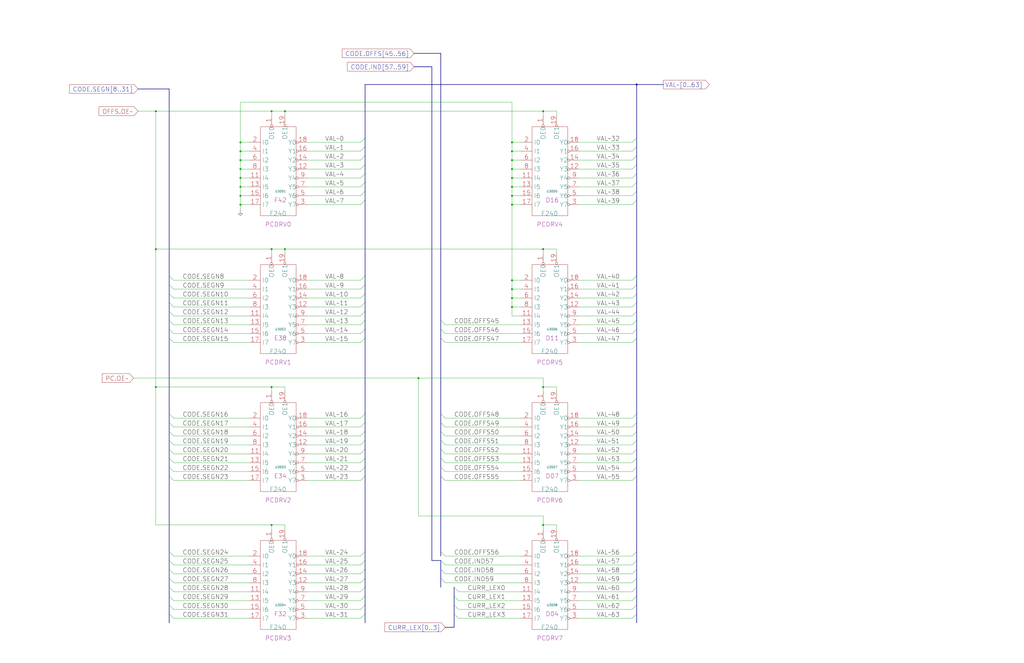
<source format=kicad_sch>
(kicad_sch (version 20211123) (generator eeschema)
  (paper "User" 584.2 378.46)
  (title_block (title "CODE DRIVER") (date "22-MAY-90") (rev "1.0") (comment 1 "SEQUENCER") (comment 2 "232-003064") (comment 3 "S400") (comment 4 "RELEASED"))
  (lib_symbols
    (symbol "r1000:F240" (pin_names (offset 1.016))
      (property "Reference" "U" (at 2.54 5.08 0))
      (property "Value" "F240" (at -3.81 -7.62 0))
      (property "Location" "___" (at -1.27 0 0))
      (property "Name" "______" (at 1.27 -15.24 0))
      (symbol "F240_1_1"
        (rectangle (start -8.89 41.91) (end 11.43 -8.89))
        (circle (center -2.54 42.545) (radius 0.635))
        (circle (center 5.08 42.545) (radius 0.635))
        (circle (center 12.065 -2.54) (radius 0.635))
        (circle (center 12.065 2.54) (radius 0.635))
        (circle (center 12.065 7.62) (radius 0.635))
        (circle (center 12.065 12.7) (radius 0.635))
        (circle (center 12.065 17.78) (radius 0.635))
        (circle (center 12.065 22.86) (radius 0.635))
        (circle (center 12.065 27.94) (radius 0.635))
        (circle (center 12.065 33.02) (radius 0.635))
        (pin input line (at -2.54 48.26 270) (length 5.08) (name "OE0") (number "1"))
        (pin input line (at -15.24 12.7 0) (length 6.35) (name "I4") (number "11"))
        (pin tri_state line (at 17.78 17.78 180) (length 5.08) (name "Y3") (number "12"))
        (pin input line (at -15.24 7.62 0) (length 6.35) (name "I5") (number "13"))
        (pin tri_state line (at 17.78 22.86 180) (length 5.08) (name "Y2") (number "14"))
        (pin input line (at -15.24 2.54 0) (length 6.35) (name "I6") (number "15"))
        (pin tri_state line (at 17.78 27.94 180) (length 5.08) (name "Y1") (number "16"))
        (pin input line (at -15.24 -2.54 0) (length 6.35) (name "I7") (number "17"))
        (pin tri_state line (at 17.78 33.02 180) (length 5.08) (name "Y0") (number "18"))
        (pin input line (at 5.08 48.26 270) (length 5.08) (name "OE1") (number "19"))
        (pin input line (at -15.24 33.02 0) (length 6.35) (name "I0") (number "2"))
        (pin tri_state line (at 17.78 -2.54 180) (length 5.08) (name "Y7") (number "3"))
        (pin input line (at -15.24 27.94 0) (length 6.35) (name "I1") (number "4"))
        (pin tri_state line (at 17.78 2.54 180) (length 5.08) (name "Y6") (number "5"))
        (pin input line (at -15.24 22.86 0) (length 6.35) (name "I2") (number "6"))
        (pin tri_state line (at 17.78 7.62 180) (length 5.08) (name "Y5") (number "7"))
        (pin input line (at -15.24 17.78 0) (length 6.35) (name "I3") (number "8"))
        (pin tri_state line (at 17.78 12.7 180) (length 5.08) (name "Y4") (number "9"))
      )
    )
    (symbol "r1000:PD" (power) (pin_numbers hide) (pin_names hide) (in_bom no)
      (symbol "PD_0_1"
        (polyline (pts (xy 0 -2.54) (xy 1.27 -2.54) (xy 0 -3.81) (xy -1.27 -2.54) (xy 0 -2.54)) (stroke (width 0.1524)))
      )
      (symbol "PD_1_1"
        (pin power_in line (at 0 0 270) (length 2.54) (name "PD") (number "1"))
      )
    )
  )
  (bus (pts (xy 208.28 104.14) (xy 208.28 109.22)))
  (bus (pts (xy 208.28 109.22) (xy 208.28 114.3)))
  (bus (pts (xy 208.28 114.3) (xy 208.28 157.48)))
  (bus (pts (xy 208.28 157.48) (xy 208.28 162.56)))
  (bus (pts (xy 208.28 162.56) (xy 208.28 167.64)))
  (bus (pts (xy 208.28 167.64) (xy 208.28 172.72)))
  (bus (pts (xy 208.28 172.72) (xy 208.28 177.8)))
  (bus (pts (xy 208.28 177.8) (xy 208.28 182.88)))
  (bus (pts (xy 208.28 182.88) (xy 208.28 187.96)))
  (bus (pts (xy 208.28 187.96) (xy 208.28 193.04)))
  (bus (pts (xy 208.28 193.04) (xy 208.28 236.22)))
  (bus (pts (xy 208.28 236.22) (xy 208.28 241.3)))
  (bus (pts (xy 208.28 241.3) (xy 208.28 246.38)))
  (bus (pts (xy 208.28 246.38) (xy 208.28 251.46)))
  (bus (pts (xy 208.28 251.46) (xy 208.28 256.54)))
  (bus (pts (xy 208.28 256.54) (xy 208.28 261.62)))
  (bus (pts (xy 208.28 261.62) (xy 208.28 266.7)))
  (bus (pts (xy 208.28 266.7) (xy 208.28 271.78)))
  (bus (pts (xy 208.28 271.78) (xy 208.28 314.96)))
  (bus (pts (xy 208.28 314.96) (xy 208.28 320.04)))
  (bus (pts (xy 208.28 320.04) (xy 208.28 325.12)))
  (bus (pts (xy 208.28 325.12) (xy 208.28 330.2)))
  (bus (pts (xy 208.28 330.2) (xy 208.28 335.28)))
  (bus (pts (xy 208.28 335.28) (xy 208.28 340.36)))
  (bus (pts (xy 208.28 340.36) (xy 208.28 345.44)))
  (bus (pts (xy 208.28 345.44) (xy 208.28 350.52)))
  (bus (pts (xy 208.28 350.52) (xy 208.28 355.6)))
  (bus (pts (xy 208.28 48.26) (xy 208.28 78.74)))
  (bus (pts (xy 208.28 48.26) (xy 363.22 48.26)))
  (bus (pts (xy 208.28 78.74) (xy 208.28 83.82)))
  (bus (pts (xy 208.28 83.82) (xy 208.28 88.9)))
  (bus (pts (xy 208.28 88.9) (xy 208.28 93.98)))
  (bus (pts (xy 208.28 93.98) (xy 208.28 99.06)))
  (bus (pts (xy 208.28 99.06) (xy 208.28 104.14)))
  (bus (pts (xy 236.22 30.48) (xy 251.46 30.48)))
  (bus (pts (xy 236.22 38.1) (xy 246.38 38.1)))
  (bus (pts (xy 246.38 320.04) (xy 246.38 38.1)))
  (bus (pts (xy 251.46 182.88) (xy 251.46 187.96)))
  (bus (pts (xy 251.46 187.96) (xy 251.46 193.04)))
  (bus (pts (xy 251.46 193.04) (xy 251.46 236.22)))
  (bus (pts (xy 251.46 236.22) (xy 251.46 241.3)))
  (bus (pts (xy 251.46 241.3) (xy 251.46 246.38)))
  (bus (pts (xy 251.46 246.38) (xy 251.46 251.46)))
  (bus (pts (xy 251.46 251.46) (xy 251.46 256.54)))
  (bus (pts (xy 251.46 256.54) (xy 251.46 261.62)))
  (bus (pts (xy 251.46 261.62) (xy 251.46 266.7)))
  (bus (pts (xy 251.46 266.7) (xy 251.46 271.78)))
  (bus (pts (xy 251.46 271.78) (xy 251.46 314.96)))
  (bus (pts (xy 251.46 30.48) (xy 251.46 182.88)))
  (bus (pts (xy 251.46 314.96) (xy 251.46 317.5)))
  (bus (pts (xy 251.46 320.04) (xy 246.38 320.04)))
  (bus (pts (xy 251.46 320.04) (xy 251.46 325.12)))
  (bus (pts (xy 251.46 325.12) (xy 251.46 330.2)))
  (bus (pts (xy 251.46 330.2) (xy 251.46 335.28)))
  (bus (pts (xy 254 358.14) (xy 259.08 358.14)))
  (bus (pts (xy 259.08 335.28) (xy 259.08 340.36)))
  (bus (pts (xy 259.08 340.36) (xy 259.08 345.44)))
  (bus (pts (xy 259.08 345.44) (xy 259.08 350.52)))
  (bus (pts (xy 259.08 350.52) (xy 259.08 358.14)))
  (bus (pts (xy 363.22 104.14) (xy 363.22 109.22)))
  (bus (pts (xy 363.22 109.22) (xy 363.22 114.3)))
  (bus (pts (xy 363.22 114.3) (xy 363.22 157.48)))
  (bus (pts (xy 363.22 157.48) (xy 363.22 162.56)))
  (bus (pts (xy 363.22 162.56) (xy 363.22 167.64)))
  (bus (pts (xy 363.22 167.64) (xy 363.22 172.72)))
  (bus (pts (xy 363.22 172.72) (xy 363.22 177.8)))
  (bus (pts (xy 363.22 177.8) (xy 363.22 182.88)))
  (bus (pts (xy 363.22 182.88) (xy 363.22 187.96)))
  (bus (pts (xy 363.22 187.96) (xy 363.22 193.04)))
  (bus (pts (xy 363.22 193.04) (xy 363.22 236.22)))
  (bus (pts (xy 363.22 236.22) (xy 363.22 241.3)))
  (bus (pts (xy 363.22 241.3) (xy 363.22 246.38)))
  (bus (pts (xy 363.22 246.38) (xy 363.22 251.46)))
  (bus (pts (xy 363.22 251.46) (xy 363.22 256.54)))
  (bus (pts (xy 363.22 256.54) (xy 363.22 261.62)))
  (bus (pts (xy 363.22 261.62) (xy 363.22 266.7)))
  (bus (pts (xy 363.22 266.7) (xy 363.22 271.78)))
  (bus (pts (xy 363.22 271.78) (xy 363.22 314.96)))
  (bus (pts (xy 363.22 314.96) (xy 363.22 320.04)))
  (bus (pts (xy 363.22 320.04) (xy 363.22 325.12)))
  (bus (pts (xy 363.22 325.12) (xy 363.22 330.2)))
  (bus (pts (xy 363.22 330.2) (xy 363.22 335.28)))
  (bus (pts (xy 363.22 335.28) (xy 363.22 340.36)))
  (bus (pts (xy 363.22 340.36) (xy 363.22 345.44)))
  (bus (pts (xy 363.22 345.44) (xy 363.22 350.52)))
  (bus (pts (xy 363.22 350.52) (xy 363.22 355.6)))
  (bus (pts (xy 363.22 48.26) (xy 363.22 78.74)))
  (bus (pts (xy 363.22 48.26) (xy 378.46 48.26)))
  (bus (pts (xy 363.22 78.74) (xy 363.22 83.82)))
  (bus (pts (xy 363.22 83.82) (xy 363.22 88.9)))
  (bus (pts (xy 363.22 88.9) (xy 363.22 93.98)))
  (bus (pts (xy 363.22 93.98) (xy 363.22 99.06)))
  (bus (pts (xy 363.22 99.06) (xy 363.22 104.14)))
  (bus (pts (xy 78.74 50.8) (xy 96.52 50.8)))
  (bus (pts (xy 96.52 157.48) (xy 96.52 162.56)))
  (bus (pts (xy 96.52 162.56) (xy 96.52 167.64)))
  (bus (pts (xy 96.52 167.64) (xy 96.52 172.72)))
  (bus (pts (xy 96.52 172.72) (xy 96.52 177.8)))
  (bus (pts (xy 96.52 177.8) (xy 96.52 182.88)))
  (bus (pts (xy 96.52 182.88) (xy 96.52 187.96)))
  (bus (pts (xy 96.52 187.96) (xy 96.52 193.04)))
  (bus (pts (xy 96.52 193.04) (xy 96.52 236.22)))
  (bus (pts (xy 96.52 236.22) (xy 96.52 241.3)))
  (bus (pts (xy 96.52 241.3) (xy 96.52 246.38)))
  (bus (pts (xy 96.52 246.38) (xy 96.52 251.46)))
  (bus (pts (xy 96.52 251.46) (xy 96.52 256.54)))
  (bus (pts (xy 96.52 256.54) (xy 96.52 261.62)))
  (bus (pts (xy 96.52 261.62) (xy 96.52 266.7)))
  (bus (pts (xy 96.52 266.7) (xy 96.52 271.78)))
  (bus (pts (xy 96.52 271.78) (xy 96.52 314.96)))
  (bus (pts (xy 96.52 314.96) (xy 96.52 320.04)))
  (bus (pts (xy 96.52 320.04) (xy 96.52 325.12)))
  (bus (pts (xy 96.52 325.12) (xy 96.52 330.2)))
  (bus (pts (xy 96.52 330.2) (xy 96.52 335.28)))
  (bus (pts (xy 96.52 335.28) (xy 96.52 340.36)))
  (bus (pts (xy 96.52 340.36) (xy 96.52 345.44)))
  (bus (pts (xy 96.52 345.44) (xy 96.52 350.52)))
  (bus (pts (xy 96.52 350.52) (xy 96.52 355.6)))
  (bus (pts (xy 96.52 50.8) (xy 96.52 157.48)))
  (wire (pts (xy 137.16 101.6) (xy 137.16 96.52)))
  (wire (pts (xy 137.16 101.6) (xy 142.24 101.6)))
  (wire (pts (xy 137.16 106.68) (xy 137.16 101.6)))
  (wire (pts (xy 137.16 106.68) (xy 142.24 106.68)))
  (wire (pts (xy 137.16 111.76) (xy 137.16 106.68)))
  (wire (pts (xy 137.16 111.76) (xy 142.24 111.76)))
  (wire (pts (xy 137.16 116.84) (xy 137.16 111.76)))
  (wire (pts (xy 137.16 116.84) (xy 137.16 119.38)))
  (wire (pts (xy 137.16 58.42) (xy 292.1 58.42)))
  (wire (pts (xy 137.16 81.28) (xy 137.16 58.42)))
  (wire (pts (xy 137.16 81.28) (xy 142.24 81.28)))
  (wire (pts (xy 137.16 86.36) (xy 137.16 81.28)))
  (wire (pts (xy 137.16 86.36) (xy 142.24 86.36)))
  (wire (pts (xy 137.16 91.44) (xy 137.16 86.36)))
  (wire (pts (xy 137.16 91.44) (xy 142.24 91.44)))
  (wire (pts (xy 137.16 96.52) (xy 137.16 91.44)))
  (wire (pts (xy 137.16 96.52) (xy 142.24 96.52)))
  (wire (pts (xy 142.24 116.84) (xy 137.16 116.84)))
  (wire (pts (xy 154.94 142.24) (xy 162.56 142.24)))
  (wire (pts (xy 154.94 144.78) (xy 154.94 142.24)))
  (wire (pts (xy 154.94 220.98) (xy 162.56 220.98)))
  (wire (pts (xy 154.94 223.52) (xy 154.94 220.98)))
  (wire (pts (xy 154.94 299.72) (xy 162.56 299.72)))
  (wire (pts (xy 154.94 299.72) (xy 88.9 299.72)))
  (wire (pts (xy 154.94 302.26) (xy 154.94 299.72)))
  (wire (pts (xy 154.94 63.5) (xy 162.56 63.5)))
  (wire (pts (xy 154.94 66.04) (xy 154.94 63.5)))
  (wire (pts (xy 162.56 142.24) (xy 162.56 144.78)))
  (wire (pts (xy 162.56 142.24) (xy 309.88 142.24)))
  (wire (pts (xy 162.56 220.98) (xy 162.56 223.52)))
  (wire (pts (xy 162.56 299.72) (xy 162.56 302.26)))
  (wire (pts (xy 162.56 63.5) (xy 162.56 66.04)))
  (wire (pts (xy 162.56 63.5) (xy 309.88 63.5)))
  (wire (pts (xy 175.26 101.6) (xy 205.74 101.6)))
  (wire (pts (xy 175.26 106.68) (xy 205.74 106.68)))
  (wire (pts (xy 175.26 111.76) (xy 205.74 111.76)))
  (wire (pts (xy 175.26 116.84) (xy 205.74 116.84)))
  (wire (pts (xy 175.26 160.02) (xy 205.74 160.02)))
  (wire (pts (xy 175.26 165.1) (xy 205.74 165.1)))
  (wire (pts (xy 175.26 170.18) (xy 205.74 170.18)))
  (wire (pts (xy 175.26 175.26) (xy 205.74 175.26)))
  (wire (pts (xy 175.26 180.34) (xy 205.74 180.34)))
  (wire (pts (xy 175.26 185.42) (xy 205.74 185.42)))
  (wire (pts (xy 175.26 190.5) (xy 205.74 190.5)))
  (wire (pts (xy 175.26 195.58) (xy 205.74 195.58)))
  (wire (pts (xy 175.26 238.76) (xy 205.74 238.76)))
  (wire (pts (xy 175.26 243.84) (xy 205.74 243.84)))
  (wire (pts (xy 175.26 248.92) (xy 205.74 248.92)))
  (wire (pts (xy 175.26 254) (xy 205.74 254)))
  (wire (pts (xy 175.26 259.08) (xy 205.74 259.08)))
  (wire (pts (xy 175.26 264.16) (xy 205.74 264.16)))
  (wire (pts (xy 175.26 269.24) (xy 205.74 269.24)))
  (wire (pts (xy 175.26 274.32) (xy 205.74 274.32)))
  (wire (pts (xy 175.26 317.5) (xy 205.74 317.5)))
  (wire (pts (xy 175.26 322.58) (xy 205.74 322.58)))
  (wire (pts (xy 175.26 327.66) (xy 205.74 327.66)))
  (wire (pts (xy 175.26 332.74) (xy 205.74 332.74)))
  (wire (pts (xy 175.26 337.82) (xy 205.74 337.82)))
  (wire (pts (xy 175.26 342.9) (xy 205.74 342.9)))
  (wire (pts (xy 175.26 347.98) (xy 205.74 347.98)))
  (wire (pts (xy 175.26 353.06) (xy 205.74 353.06)))
  (wire (pts (xy 175.26 81.28) (xy 205.74 81.28)))
  (wire (pts (xy 175.26 86.36) (xy 205.74 86.36)))
  (wire (pts (xy 175.26 91.44) (xy 205.74 91.44)))
  (wire (pts (xy 175.26 96.52) (xy 205.74 96.52)))
  (wire (pts (xy 238.76 215.9) (xy 238.76 294.64)))
  (wire (pts (xy 238.76 215.9) (xy 309.88 215.9)))
  (wire (pts (xy 254 185.42) (xy 297.18 185.42)))
  (wire (pts (xy 254 190.5) (xy 297.18 190.5)))
  (wire (pts (xy 254 195.58) (xy 297.18 195.58)))
  (wire (pts (xy 254 238.76) (xy 297.18 238.76)))
  (wire (pts (xy 254 243.84) (xy 297.18 243.84)))
  (wire (pts (xy 254 248.92) (xy 297.18 248.92)))
  (wire (pts (xy 254 254) (xy 297.18 254)))
  (wire (pts (xy 254 259.08) (xy 297.18 259.08)))
  (wire (pts (xy 254 264.16) (xy 297.18 264.16)))
  (wire (pts (xy 254 269.24) (xy 297.18 269.24)))
  (wire (pts (xy 254 274.32) (xy 297.18 274.32)))
  (wire (pts (xy 254 317.5) (xy 297.18 317.5)))
  (wire (pts (xy 254 322.58) (xy 297.18 322.58)))
  (wire (pts (xy 254 327.66) (xy 297.18 327.66)))
  (wire (pts (xy 254 332.74) (xy 297.18 332.74)))
  (wire (pts (xy 261.62 337.82) (xy 297.18 337.82)))
  (wire (pts (xy 261.62 342.9) (xy 297.18 342.9)))
  (wire (pts (xy 261.62 347.98) (xy 297.18 347.98)))
  (wire (pts (xy 261.62 353.06) (xy 297.18 353.06)))
  (wire (pts (xy 292.1 101.6) (xy 292.1 96.52)))
  (wire (pts (xy 292.1 101.6) (xy 297.18 101.6)))
  (wire (pts (xy 292.1 106.68) (xy 292.1 101.6)))
  (wire (pts (xy 292.1 106.68) (xy 297.18 106.68)))
  (wire (pts (xy 292.1 111.76) (xy 292.1 106.68)))
  (wire (pts (xy 292.1 111.76) (xy 297.18 111.76)))
  (wire (pts (xy 292.1 116.84) (xy 292.1 111.76)))
  (wire (pts (xy 292.1 116.84) (xy 297.18 116.84)))
  (wire (pts (xy 292.1 160.02) (xy 292.1 116.84)))
  (wire (pts (xy 292.1 160.02) (xy 297.18 160.02)))
  (wire (pts (xy 292.1 165.1) (xy 292.1 160.02)))
  (wire (pts (xy 292.1 165.1) (xy 297.18 165.1)))
  (wire (pts (xy 292.1 170.18) (xy 292.1 165.1)))
  (wire (pts (xy 292.1 170.18) (xy 297.18 170.18)))
  (wire (pts (xy 292.1 175.26) (xy 292.1 170.18)))
  (wire (pts (xy 292.1 175.26) (xy 297.18 175.26)))
  (wire (pts (xy 292.1 180.34) (xy 292.1 175.26)))
  (wire (pts (xy 292.1 58.42) (xy 292.1 81.28)))
  (wire (pts (xy 292.1 81.28) (xy 292.1 86.36)))
  (wire (pts (xy 292.1 81.28) (xy 297.18 81.28)))
  (wire (pts (xy 292.1 86.36) (xy 292.1 91.44)))
  (wire (pts (xy 292.1 86.36) (xy 297.18 86.36)))
  (wire (pts (xy 292.1 91.44) (xy 292.1 96.52)))
  (wire (pts (xy 292.1 91.44) (xy 297.18 91.44)))
  (wire (pts (xy 292.1 96.52) (xy 297.18 96.52)))
  (wire (pts (xy 297.18 180.34) (xy 292.1 180.34)))
  (wire (pts (xy 309.88 142.24) (xy 317.5 142.24)))
  (wire (pts (xy 309.88 144.78) (xy 309.88 142.24)))
  (wire (pts (xy 309.88 215.9) (xy 309.88 220.98)))
  (wire (pts (xy 309.88 220.98) (xy 317.5 220.98)))
  (wire (pts (xy 309.88 223.52) (xy 309.88 220.98)))
  (wire (pts (xy 309.88 294.64) (xy 238.76 294.64)))
  (wire (pts (xy 309.88 299.72) (xy 309.88 294.64)))
  (wire (pts (xy 309.88 299.72) (xy 317.5 299.72)))
  (wire (pts (xy 309.88 302.26) (xy 309.88 299.72)))
  (wire (pts (xy 309.88 63.5) (xy 317.5 63.5)))
  (wire (pts (xy 309.88 66.04) (xy 309.88 63.5)))
  (wire (pts (xy 317.5 142.24) (xy 317.5 144.78)))
  (wire (pts (xy 317.5 220.98) (xy 317.5 223.52)))
  (wire (pts (xy 317.5 299.72) (xy 317.5 302.26)))
  (wire (pts (xy 317.5 63.5) (xy 317.5 66.04)))
  (wire (pts (xy 330.2 101.6) (xy 360.68 101.6)))
  (wire (pts (xy 330.2 106.68) (xy 360.68 106.68)))
  (wire (pts (xy 330.2 111.76) (xy 360.68 111.76)))
  (wire (pts (xy 330.2 116.84) (xy 360.68 116.84)))
  (wire (pts (xy 330.2 160.02) (xy 360.68 160.02)))
  (wire (pts (xy 330.2 165.1) (xy 360.68 165.1)))
  (wire (pts (xy 330.2 170.18) (xy 360.68 170.18)))
  (wire (pts (xy 330.2 175.26) (xy 360.68 175.26)))
  (wire (pts (xy 330.2 180.34) (xy 360.68 180.34)))
  (wire (pts (xy 330.2 185.42) (xy 360.68 185.42)))
  (wire (pts (xy 330.2 190.5) (xy 360.68 190.5)))
  (wire (pts (xy 330.2 195.58) (xy 360.68 195.58)))
  (wire (pts (xy 330.2 238.76) (xy 360.68 238.76)))
  (wire (pts (xy 330.2 243.84) (xy 360.68 243.84)))
  (wire (pts (xy 330.2 248.92) (xy 360.68 248.92)))
  (wire (pts (xy 330.2 254) (xy 360.68 254)))
  (wire (pts (xy 330.2 259.08) (xy 360.68 259.08)))
  (wire (pts (xy 330.2 264.16) (xy 360.68 264.16)))
  (wire (pts (xy 330.2 269.24) (xy 360.68 269.24)))
  (wire (pts (xy 330.2 274.32) (xy 360.68 274.32)))
  (wire (pts (xy 330.2 317.5) (xy 360.68 317.5)))
  (wire (pts (xy 330.2 322.58) (xy 360.68 322.58)))
  (wire (pts (xy 330.2 327.66) (xy 360.68 327.66)))
  (wire (pts (xy 330.2 332.74) (xy 360.68 332.74)))
  (wire (pts (xy 330.2 337.82) (xy 360.68 337.82)))
  (wire (pts (xy 330.2 342.9) (xy 360.68 342.9)))
  (wire (pts (xy 330.2 347.98) (xy 360.68 347.98)))
  (wire (pts (xy 330.2 353.06) (xy 360.68 353.06)))
  (wire (pts (xy 330.2 81.28) (xy 360.68 81.28)))
  (wire (pts (xy 330.2 86.36) (xy 360.68 86.36)))
  (wire (pts (xy 330.2 91.44) (xy 360.68 91.44)))
  (wire (pts (xy 330.2 96.52) (xy 360.68 96.52)))
  (wire (pts (xy 76.2 215.9) (xy 238.76 215.9)))
  (wire (pts (xy 78.74 63.5) (xy 88.9 63.5)))
  (wire (pts (xy 88.9 142.24) (xy 154.94 142.24)))
  (wire (pts (xy 88.9 142.24) (xy 88.9 63.5)))
  (wire (pts (xy 88.9 220.98) (xy 154.94 220.98)))
  (wire (pts (xy 88.9 220.98) (xy 88.9 142.24)))
  (wire (pts (xy 88.9 299.72) (xy 88.9 220.98)))
  (wire (pts (xy 88.9 63.5) (xy 154.94 63.5)))
  (wire (pts (xy 99.06 160.02) (xy 142.24 160.02)))
  (wire (pts (xy 99.06 165.1) (xy 142.24 165.1)))
  (wire (pts (xy 99.06 170.18) (xy 142.24 170.18)))
  (wire (pts (xy 99.06 175.26) (xy 142.24 175.26)))
  (wire (pts (xy 99.06 180.34) (xy 142.24 180.34)))
  (wire (pts (xy 99.06 185.42) (xy 142.24 185.42)))
  (wire (pts (xy 99.06 190.5) (xy 142.24 190.5)))
  (wire (pts (xy 99.06 195.58) (xy 142.24 195.58)))
  (wire (pts (xy 99.06 238.76) (xy 142.24 238.76)))
  (wire (pts (xy 99.06 243.84) (xy 142.24 243.84)))
  (wire (pts (xy 99.06 248.92) (xy 142.24 248.92)))
  (wire (pts (xy 99.06 254) (xy 142.24 254)))
  (wire (pts (xy 99.06 259.08) (xy 142.24 259.08)))
  (wire (pts (xy 99.06 264.16) (xy 142.24 264.16)))
  (wire (pts (xy 99.06 269.24) (xy 142.24 269.24)))
  (wire (pts (xy 99.06 274.32) (xy 142.24 274.32)))
  (wire (pts (xy 99.06 317.5) (xy 142.24 317.5)))
  (wire (pts (xy 99.06 322.58) (xy 142.24 322.58)))
  (wire (pts (xy 99.06 327.66) (xy 142.24 327.66)))
  (wire (pts (xy 99.06 332.74) (xy 142.24 332.74)))
  (wire (pts (xy 99.06 337.82) (xy 142.24 337.82)))
  (wire (pts (xy 99.06 342.9) (xy 142.24 342.9)))
  (wire (pts (xy 99.06 347.98) (xy 142.24 347.98)))
  (wire (pts (xy 99.06 353.06) (xy 142.24 353.06)))
  (global_label "PC.OE~" (shape input) (at 76.2 215.9 180) (effects (font (size 2.54 2.54))) (property "Intersheet References" "${INTERSHEET_REFS}" (at 58.3111 215.7413 0) (effects (font (size 2.54 2.54)) (justify right))))
  (global_label "CODE.SEGN[8..31]" (shape input) (at 78.74 50.8 180) (effects (font (size 2.54 2.54))) (property "Intersheet References" "${INTERSHEET_REFS}" (at 39.6845 50.6413 0) (effects (font (size 2.54 2.54)) (justify right))))
  (global_label "OFFS.OE~" (shape input) (at 78.74 63.5 180) (effects (font (size 2.54 2.54))) (property "Intersheet References" "${INTERSHEET_REFS}" (at 56.4969 63.3413 0) (effects (font (size 2.54 2.54)) (justify right))))
  (junction (at 88.9 63.5))
  (junction (at 88.9 142.24))
  (junction (at 88.9 220.98))
  (bus_entry (at 96.52 157.48) (size 2.54 2.54))
  (bus_entry (at 96.52 162.56) (size 2.54 2.54))
  (bus_entry (at 96.52 167.64) (size 2.54 2.54))
  (bus_entry (at 96.52 172.72) (size 2.54 2.54))
  (bus_entry (at 96.52 177.8) (size 2.54 2.54))
  (bus_entry (at 96.52 182.88) (size 2.54 2.54))
  (bus_entry (at 96.52 187.96) (size 2.54 2.54))
  (bus_entry (at 96.52 193.04) (size 2.54 2.54))
  (bus_entry (at 96.52 236.22) (size 2.54 2.54))
  (bus_entry (at 96.52 241.3) (size 2.54 2.54))
  (bus_entry (at 96.52 246.38) (size 2.54 2.54))
  (bus_entry (at 96.52 251.46) (size 2.54 2.54))
  (bus_entry (at 96.52 256.54) (size 2.54 2.54))
  (bus_entry (at 96.52 261.62) (size 2.54 2.54))
  (bus_entry (at 96.52 266.7) (size 2.54 2.54))
  (bus_entry (at 96.52 271.78) (size 2.54 2.54))
  (bus_entry (at 96.52 314.96) (size 2.54 2.54))
  (bus_entry (at 96.52 320.04) (size 2.54 2.54))
  (bus_entry (at 96.52 325.12) (size 2.54 2.54))
  (bus_entry (at 96.52 330.2) (size 2.54 2.54))
  (bus_entry (at 96.52 335.28) (size 2.54 2.54))
  (bus_entry (at 96.52 340.36) (size 2.54 2.54))
  (bus_entry (at 96.52 345.44) (size 2.54 2.54))
  (bus_entry (at 96.52 350.52) (size 2.54 2.54))
  (label "CODE.SEGN8" (at 104.14 160.02 0) (effects (font (size 2.54 2.54))))
  (label "CODE.SEGN9" (at 104.14 165.1 0) (effects (font (size 2.54 2.54))))
  (label "CODE.SEGN10" (at 104.14 170.18 0) (effects (font (size 2.54 2.54))))
  (label "CODE.SEGN11" (at 104.14 175.26 0) (effects (font (size 2.54 2.54))))
  (label "CODE.SEGN12" (at 104.14 180.34 0) (effects (font (size 2.54 2.54))))
  (label "CODE.SEGN13" (at 104.14 185.42 0) (effects (font (size 2.54 2.54))))
  (label "CODE.SEGN14" (at 104.14 190.5 0) (effects (font (size 2.54 2.54))))
  (label "CODE.SEGN15" (at 104.14 195.58 0) (effects (font (size 2.54 2.54))))
  (label "CODE.SEGN16" (at 104.14 238.76 0) (effects (font (size 2.54 2.54))))
  (label "CODE.SEGN17" (at 104.14 243.84 0) (effects (font (size 2.54 2.54))))
  (label "CODE.SEGN18" (at 104.14 248.92 0) (effects (font (size 2.54 2.54))))
  (label "CODE.SEGN19" (at 104.14 254 0) (effects (font (size 2.54 2.54))))
  (label "CODE.SEGN20" (at 104.14 259.08 0) (effects (font (size 2.54 2.54))))
  (label "CODE.SEGN21" (at 104.14 264.16 0) (effects (font (size 2.54 2.54))))
  (label "CODE.SEGN22" (at 104.14 269.24 0) (effects (font (size 2.54 2.54))))
  (label "CODE.SEGN23" (at 104.14 274.32 0) (effects (font (size 2.54 2.54))))
  (label "CODE.SEGN24" (at 104.14 317.5 0) (effects (font (size 2.54 2.54))))
  (label "CODE.SEGN25" (at 104.14 322.58 0) (effects (font (size 2.54 2.54))))
  (label "CODE.SEGN26" (at 104.14 327.66 0) (effects (font (size 2.54 2.54))))
  (label "CODE.SEGN27" (at 104.14 332.74 0) (effects (font (size 2.54 2.54))))
  (label "CODE.SEGN28" (at 104.14 337.82 0) (effects (font (size 2.54 2.54))))
  (label "CODE.SEGN29" (at 104.14 342.9 0) (effects (font (size 2.54 2.54))))
  (label "CODE.SEGN30" (at 104.14 347.98 0) (effects (font (size 2.54 2.54))))
  (label "CODE.SEGN31" (at 104.14 353.06 0) (effects (font (size 2.54 2.54))))
  (junction (at 137.16 81.28))
  (junction (at 137.16 86.36))
  (junction (at 137.16 91.44))
  (junction (at 137.16 96.52))
  (junction (at 137.16 101.6))
  (junction (at 137.16 106.68))
  (junction (at 137.16 111.76))
  (junction (at 137.16 116.84))
  (symbol (lib_id "r1000:PD") (at 137.16 119.38 0) (unit 1) (in_bom no)
    (property "Reference" "#PWR03001" (effects hide))
    (property "Value" "PD" (effects hide))
  )
  (junction (at 154.94 63.5))
  (junction (at 154.94 142.24))
  (junction (at 154.94 220.98))
  (junction (at 154.94 299.72))
  (symbol (lib_id "r1000:F240") (at 157.48 114.3 0) (unit 1)
    (property "Reference" "U3001" (at 160.02 109.22 0))
    (property "Value" "F240" (at 153.67 121.92 0) (effects (font (size 2.54 2.54)) (justify left)))
    (property "Location" "F42" (at 156.21 114.3 0) (effects (font (size 2.54 2.54)) (justify left)))
    (property "Name" "PCDRV0" (at 158.75 129.54 0) (effects (font (size 2.54 2.54)) (justify bottom)))
  )
  (symbol (lib_id "r1000:F240") (at 157.48 193.04 0) (unit 1)
    (property "Reference" "U3002" (at 160.02 187.96 0))
    (property "Value" "F240" (at 153.67 200.66 0) (effects (font (size 2.54 2.54)) (justify left)))
    (property "Location" "E38" (at 156.21 193.04 0) (effects (font (size 2.54 2.54)) (justify left)))
    (property "Name" "PCDRV1" (at 158.75 208.28 0) (effects (font (size 2.54 2.54)) (justify bottom)))
  )
  (symbol (lib_id "r1000:F240") (at 157.48 271.78 0) (unit 1)
    (property "Reference" "U3003" (at 160.02 266.7 0))
    (property "Value" "F240" (at 153.67 279.4 0) (effects (font (size 2.54 2.54)) (justify left)))
    (property "Location" "E34" (at 156.21 271.78 0) (effects (font (size 2.54 2.54)) (justify left)))
    (property "Name" "PCDRV2" (at 158.75 287.02 0) (effects (font (size 2.54 2.54)) (justify bottom)))
  )
  (symbol (lib_id "r1000:F240") (at 157.48 350.52 0) (unit 1)
    (property "Reference" "U3004" (at 160.02 345.44 0))
    (property "Value" "F240" (at 153.67 358.14 0) (effects (font (size 2.54 2.54)) (justify left)))
    (property "Location" "F32" (at 156.21 350.52 0) (effects (font (size 2.54 2.54)) (justify left)))
    (property "Name" "PCDRV3" (at 158.75 365.76 0) (effects (font (size 2.54 2.54)) (justify bottom)))
  )
  (junction (at 162.56 63.5))
  (junction (at 162.56 142.24))
  (label "VAL~0" (at 185.42 81.28 0) (effects (font (size 2.54 2.54))))
  (label "VAL~1" (at 185.42 86.36 0) (effects (font (size 2.54 2.54))))
  (label "VAL~2" (at 185.42 91.44 0) (effects (font (size 2.54 2.54))))
  (label "VAL~3" (at 185.42 96.52 0) (effects (font (size 2.54 2.54))))
  (label "VAL~4" (at 185.42 101.6 0) (effects (font (size 2.54 2.54))))
  (label "VAL~5" (at 185.42 106.68 0) (effects (font (size 2.54 2.54))))
  (label "VAL~6" (at 185.42 111.76 0) (effects (font (size 2.54 2.54))))
  (label "VAL~7" (at 185.42 116.84 0) (effects (font (size 2.54 2.54))))
  (label "VAL~8" (at 185.42 160.02 0) (effects (font (size 2.54 2.54))))
  (label "VAL~9" (at 185.42 165.1 0) (effects (font (size 2.54 2.54))))
  (label "VAL~10" (at 185.42 170.18 0) (effects (font (size 2.54 2.54))))
  (label "VAL~11" (at 185.42 175.26 0) (effects (font (size 2.54 2.54))))
  (label "VAL~12" (at 185.42 180.34 0) (effects (font (size 2.54 2.54))))
  (label "VAL~13" (at 185.42 185.42 0) (effects (font (size 2.54 2.54))))
  (label "VAL~14" (at 185.42 190.5 0) (effects (font (size 2.54 2.54))))
  (label "VAL~15" (at 185.42 195.58 0) (effects (font (size 2.54 2.54))))
  (label "VAL~16" (at 185.42 238.76 0) (effects (font (size 2.54 2.54))))
  (label "VAL~17" (at 185.42 243.84 0) (effects (font (size 2.54 2.54))))
  (label "VAL~18" (at 185.42 248.92 0) (effects (font (size 2.54 2.54))))
  (label "VAL~19" (at 185.42 254 0) (effects (font (size 2.54 2.54))))
  (label "VAL~20" (at 185.42 259.08 0) (effects (font (size 2.54 2.54))))
  (label "VAL~21" (at 185.42 264.16 0) (effects (font (size 2.54 2.54))))
  (label "VAL~22" (at 185.42 269.24 0) (effects (font (size 2.54 2.54))))
  (label "VAL~23" (at 185.42 274.32 0) (effects (font (size 2.54 2.54))))
  (label "VAL~24" (at 185.42 317.5 0) (effects (font (size 2.54 2.54))))
  (label "VAL~25" (at 185.42 322.58 0) (effects (font (size 2.54 2.54))))
  (label "VAL~26" (at 185.42 327.66 0) (effects (font (size 2.54 2.54))))
  (label "VAL~27" (at 185.42 332.74 0) (effects (font (size 2.54 2.54))))
  (label "VAL~28" (at 185.42 337.82 0) (effects (font (size 2.54 2.54))))
  (label "VAL~29" (at 185.42 342.9 0) (effects (font (size 2.54 2.54))))
  (label "VAL~30" (at 185.42 347.98 0) (effects (font (size 2.54 2.54))))
  (label "VAL~31" (at 185.42 353.06 0) (effects (font (size 2.54 2.54))))
  (bus_entry (at 208.28 78.74) (size -2.54 2.54))
  (bus_entry (at 208.28 83.82) (size -2.54 2.54))
  (bus_entry (at 208.28 88.9) (size -2.54 2.54))
  (bus_entry (at 208.28 93.98) (size -2.54 2.54))
  (bus_entry (at 208.28 99.06) (size -2.54 2.54))
  (bus_entry (at 208.28 104.14) (size -2.54 2.54))
  (bus_entry (at 208.28 109.22) (size -2.54 2.54))
  (bus_entry (at 208.28 114.3) (size -2.54 2.54))
  (bus_entry (at 208.28 157.48) (size -2.54 2.54))
  (bus_entry (at 208.28 162.56) (size -2.54 2.54))
  (bus_entry (at 208.28 167.64) (size -2.54 2.54))
  (bus_entry (at 208.28 172.72) (size -2.54 2.54))
  (bus_entry (at 208.28 177.8) (size -2.54 2.54))
  (bus_entry (at 208.28 182.88) (size -2.54 2.54))
  (bus_entry (at 208.28 187.96) (size -2.54 2.54))
  (bus_entry (at 208.28 193.04) (size -2.54 2.54))
  (bus_entry (at 208.28 236.22) (size -2.54 2.54))
  (bus_entry (at 208.28 241.3) (size -2.54 2.54))
  (bus_entry (at 208.28 246.38) (size -2.54 2.54))
  (bus_entry (at 208.28 251.46) (size -2.54 2.54))
  (bus_entry (at 208.28 256.54) (size -2.54 2.54))
  (bus_entry (at 208.28 261.62) (size -2.54 2.54))
  (bus_entry (at 208.28 266.7) (size -2.54 2.54))
  (bus_entry (at 208.28 271.78) (size -2.54 2.54))
  (bus_entry (at 208.28 314.96) (size -2.54 2.54))
  (bus_entry (at 208.28 320.04) (size -2.54 2.54))
  (bus_entry (at 208.28 325.12) (size -2.54 2.54))
  (bus_entry (at 208.28 330.2) (size -2.54 2.54))
  (bus_entry (at 208.28 335.28) (size -2.54 2.54))
  (bus_entry (at 208.28 340.36) (size -2.54 2.54))
  (bus_entry (at 208.28 345.44) (size -2.54 2.54))
  (bus_entry (at 208.28 350.52) (size -2.54 2.54))
  (global_label "CODE.OFFS[45..56]" (shape input) (at 236.22 30.48 180) (effects (font (size 2.54 2.54))) (property "Intersheet References" "${INTERSHEET_REFS}" (at 195.2292 30.3213 0) (effects (font (size 2.54 2.54)) (justify right))))
  (global_label "CODE.IND[57..59]" (shape input) (at 236.22 38.1 180) (effects (font (size 2.54 2.54))) (property "Intersheet References" "${INTERSHEET_REFS}" (at 198.253 37.9413 0) (effects (font (size 2.54 2.54)) (justify right))))
  (junction (at 238.76 215.9))
  (bus_entry (at 251.46 182.88) (size 2.54 2.54))
  (bus_entry (at 251.46 187.96) (size 2.54 2.54))
  (bus_entry (at 251.46 193.04) (size 2.54 2.54))
  (bus_entry (at 251.46 236.22) (size 2.54 2.54))
  (bus_entry (at 251.46 241.3) (size 2.54 2.54))
  (bus_entry (at 251.46 246.38) (size 2.54 2.54))
  (bus_entry (at 251.46 251.46) (size 2.54 2.54))
  (bus_entry (at 251.46 256.54) (size 2.54 2.54))
  (bus_entry (at 251.46 261.62) (size 2.54 2.54))
  (bus_entry (at 251.46 266.7) (size 2.54 2.54))
  (bus_entry (at 251.46 271.78) (size 2.54 2.54))
  (bus_entry (at 251.46 314.96) (size 2.54 2.54))
  (bus_entry (at 251.46 320.04) (size 2.54 2.54))
  (bus_entry (at 251.46 325.12) (size 2.54 2.54))
  (bus_entry (at 251.46 330.2) (size 2.54 2.54))
  (global_label "CURR_LEX[0..3]" (shape input) (at 254 358.14 180) (effects (font (size 2.54 2.54))) (property "Intersheet References" "${INTERSHEET_REFS}" (at 219.5407 357.9813 0) (effects (font (size 2.54 2.54)) (justify right))))
  (label "CODE.OFFS45" (at 259.08 185.42 0) (effects (font (size 2.54 2.54))))
  (label "CODE.OFFS46" (at 259.08 190.5 0) (effects (font (size 2.54 2.54))))
  (label "CODE.OFFS47" (at 259.08 195.58 0) (effects (font (size 2.54 2.54))))
  (label "CODE.OFFS48" (at 259.08 238.76 0) (effects (font (size 2.54 2.54))))
  (label "CODE.OFFS49" (at 259.08 243.84 0) (effects (font (size 2.54 2.54))))
  (label "CODE.OFFS50" (at 259.08 248.92 0) (effects (font (size 2.54 2.54))))
  (label "CODE.OFFS51" (at 259.08 254 0) (effects (font (size 2.54 2.54))))
  (label "CODE.OFFS52" (at 259.08 259.08 0) (effects (font (size 2.54 2.54))))
  (label "CODE.OFFS53" (at 259.08 264.16 0) (effects (font (size 2.54 2.54))))
  (label "CODE.OFFS54" (at 259.08 269.24 0) (effects (font (size 2.54 2.54))))
  (label "CODE.OFFS55" (at 259.08 274.32 0) (effects (font (size 2.54 2.54))))
  (label "CODE.OFFS56" (at 259.08 317.5 0) (effects (font (size 2.54 2.54))))
  (label "CODE.IND57" (at 259.08 322.58 0) (effects (font (size 2.54 2.54))))
  (label "CODE.IND58" (at 259.08 327.66 0) (effects (font (size 2.54 2.54))))
  (label "CODE.IND59" (at 259.08 332.74 0) (effects (font (size 2.54 2.54))))
  (bus_entry (at 259.08 335.28) (size 2.54 2.54))
  (bus_entry (at 259.08 340.36) (size 2.54 2.54))
  (bus_entry (at 259.08 345.44) (size 2.54 2.54))
  (bus_entry (at 259.08 350.52) (size 2.54 2.54))
  (label "CURR_LEX0" (at 266.7 337.82 0) (effects (font (size 2.54 2.54))))
  (label "CURR_LEX1" (at 266.7 342.9 0) (effects (font (size 2.54 2.54))))
  (label "CURR_LEX2" (at 266.7 347.98 0) (effects (font (size 2.54 2.54))))
  (label "CURR_LEX3" (at 266.7 353.06 0) (effects (font (size 2.54 2.54))))
  (junction (at 292.1 81.28))
  (junction (at 292.1 86.36))
  (junction (at 292.1 91.44))
  (junction (at 292.1 96.52))
  (junction (at 292.1 101.6))
  (junction (at 292.1 106.68))
  (junction (at 292.1 111.76))
  (junction (at 292.1 116.84))
  (junction (at 292.1 160.02))
  (junction (at 292.1 165.1))
  (junction (at 292.1 170.18))
  (junction (at 292.1 175.26))
  (junction (at 309.88 63.5))
  (junction (at 309.88 142.24))
  (junction (at 309.88 220.98))
  (junction (at 309.88 299.72))
  (symbol (lib_id "r1000:F240") (at 312.42 114.3 0) (unit 1)
    (property "Reference" "U3005" (at 314.96 109.22 0))
    (property "Value" "F240" (at 308.61 121.92 0) (effects (font (size 2.54 2.54)) (justify left)))
    (property "Location" "D16" (at 311.15 114.3 0) (effects (font (size 2.54 2.54)) (justify left)))
    (property "Name" "PCDRV4" (at 313.69 129.54 0) (effects (font (size 2.54 2.54)) (justify bottom)))
  )
  (symbol (lib_id "r1000:F240") (at 312.42 193.04 0) (unit 1)
    (property "Reference" "U3006" (at 314.96 187.96 0))
    (property "Value" "F240" (at 308.61 200.66 0) (effects (font (size 2.54 2.54)) (justify left)))
    (property "Location" "D11" (at 311.15 193.04 0) (effects (font (size 2.54 2.54)) (justify left)))
    (property "Name" "PCDRV5" (at 313.69 208.28 0) (effects (font (size 2.54 2.54)) (justify bottom)))
  )
  (symbol (lib_id "r1000:F240") (at 312.42 271.78 0) (unit 1)
    (property "Reference" "U3007" (at 314.96 266.7 0))
    (property "Value" "F240" (at 308.61 279.4 0) (effects (font (size 2.54 2.54)) (justify left)))
    (property "Location" "D07" (at 311.15 271.78 0) (effects (font (size 2.54 2.54)) (justify left)))
    (property "Name" "PCDRV6" (at 313.69 287.02 0) (effects (font (size 2.54 2.54)) (justify bottom)))
  )
  (symbol (lib_id "r1000:F240") (at 312.42 350.52 0) (unit 1)
    (property "Reference" "U3008" (at 314.96 345.44 0))
    (property "Value" "F240" (at 308.61 358.14 0) (effects (font (size 2.54 2.54)) (justify left)))
    (property "Location" "D04" (at 311.15 350.52 0) (effects (font (size 2.54 2.54)) (justify left)))
    (property "Name" "PCDRV7" (at 313.69 365.76 0) (effects (font (size 2.54 2.54)) (justify bottom)))
  )
  (label "VAL~32" (at 340.36 81.28 0) (effects (font (size 2.54 2.54))))
  (label "VAL~33" (at 340.36 86.36 0) (effects (font (size 2.54 2.54))))
  (label "VAL~34" (at 340.36 91.44 0) (effects (font (size 2.54 2.54))))
  (label "VAL~35" (at 340.36 96.52 0) (effects (font (size 2.54 2.54))))
  (label "VAL~36" (at 340.36 101.6 0) (effects (font (size 2.54 2.54))))
  (label "VAL~37" (at 340.36 106.68 0) (effects (font (size 2.54 2.54))))
  (label "VAL~38" (at 340.36 111.76 0) (effects (font (size 2.54 2.54))))
  (label "VAL~39" (at 340.36 116.84 0) (effects (font (size 2.54 2.54))))
  (label "VAL~40" (at 340.36 160.02 0) (effects (font (size 2.54 2.54))))
  (label "VAL~41" (at 340.36 165.1 0) (effects (font (size 2.54 2.54))))
  (label "VAL~42" (at 340.36 170.18 0) (effects (font (size 2.54 2.54))))
  (label "VAL~43" (at 340.36 175.26 0) (effects (font (size 2.54 2.54))))
  (label "VAL~44" (at 340.36 180.34 0) (effects (font (size 2.54 2.54))))
  (label "VAL~45" (at 340.36 185.42 0) (effects (font (size 2.54 2.54))))
  (label "VAL~46" (at 340.36 190.5 0) (effects (font (size 2.54 2.54))))
  (label "VAL~47" (at 340.36 195.58 0) (effects (font (size 2.54 2.54))))
  (label "VAL~48" (at 340.36 238.76 0) (effects (font (size 2.54 2.54))))
  (label "VAL~49" (at 340.36 243.84 0) (effects (font (size 2.54 2.54))))
  (label "VAL~50" (at 340.36 248.92 0) (effects (font (size 2.54 2.54))))
  (label "VAL~51" (at 340.36 254 0) (effects (font (size 2.54 2.54))))
  (label "VAL~52" (at 340.36 259.08 0) (effects (font (size 2.54 2.54))))
  (label "VAL~53" (at 340.36 264.16 0) (effects (font (size 2.54 2.54))))
  (label "VAL~54" (at 340.36 269.24 0) (effects (font (size 2.54 2.54))))
  (label "VAL~55" (at 340.36 274.32 0) (effects (font (size 2.54 2.54))))
  (label "VAL~56" (at 340.36 317.5 0) (effects (font (size 2.54 2.54))))
  (label "VAL~57" (at 340.36 322.58 0) (effects (font (size 2.54 2.54))))
  (label "VAL~58" (at 340.36 327.66 0) (effects (font (size 2.54 2.54))))
  (label "VAL~59" (at 340.36 332.74 0) (effects (font (size 2.54 2.54))))
  (label "VAL~60" (at 340.36 337.82 0) (effects (font (size 2.54 2.54))))
  (label "VAL~61" (at 340.36 342.9 0) (effects (font (size 2.54 2.54))))
  (label "VAL~62" (at 340.36 347.98 0) (effects (font (size 2.54 2.54))))
  (label "VAL~63" (at 340.36 353.06 0) (effects (font (size 2.54 2.54))))
  (junction (at 363.22 48.26))
  (bus_entry (at 363.22 78.74) (size -2.54 2.54))
  (bus_entry (at 363.22 83.82) (size -2.54 2.54))
  (bus_entry (at 363.22 88.9) (size -2.54 2.54))
  (bus_entry (at 363.22 93.98) (size -2.54 2.54))
  (bus_entry (at 363.22 99.06) (size -2.54 2.54))
  (bus_entry (at 363.22 104.14) (size -2.54 2.54))
  (bus_entry (at 363.22 109.22) (size -2.54 2.54))
  (bus_entry (at 363.22 114.3) (size -2.54 2.54))
  (bus_entry (at 363.22 157.48) (size -2.54 2.54))
  (bus_entry (at 363.22 162.56) (size -2.54 2.54))
  (bus_entry (at 363.22 167.64) (size -2.54 2.54))
  (bus_entry (at 363.22 172.72) (size -2.54 2.54))
  (bus_entry (at 363.22 177.8) (size -2.54 2.54))
  (bus_entry (at 363.22 182.88) (size -2.54 2.54))
  (bus_entry (at 363.22 187.96) (size -2.54 2.54))
  (bus_entry (at 363.22 193.04) (size -2.54 2.54))
  (bus_entry (at 363.22 236.22) (size -2.54 2.54))
  (bus_entry (at 363.22 241.3) (size -2.54 2.54))
  (bus_entry (at 363.22 246.38) (size -2.54 2.54))
  (bus_entry (at 363.22 251.46) (size -2.54 2.54))
  (bus_entry (at 363.22 256.54) (size -2.54 2.54))
  (bus_entry (at 363.22 261.62) (size -2.54 2.54))
  (bus_entry (at 363.22 266.7) (size -2.54 2.54))
  (bus_entry (at 363.22 271.78) (size -2.54 2.54))
  (bus_entry (at 363.22 314.96) (size -2.54 2.54))
  (bus_entry (at 363.22 320.04) (size -2.54 2.54))
  (bus_entry (at 363.22 325.12) (size -2.54 2.54))
  (bus_entry (at 363.22 330.2) (size -2.54 2.54))
  (bus_entry (at 363.22 335.28) (size -2.54 2.54))
  (bus_entry (at 363.22 340.36) (size -2.54 2.54))
  (bus_entry (at 363.22 345.44) (size -2.54 2.54))
  (bus_entry (at 363.22 350.52) (size -2.54 2.54))
  (global_label "VAL~[0..63]" (shape output) (at 378.46 48.26 0) (effects (font (size 2.54 2.54))) (property "Intersheet References" "${INTERSHEET_REFS}" (at 404.5736 48.1013 0) (effects (font (size 2.54 2.54)) (justify left))))
)
</source>
